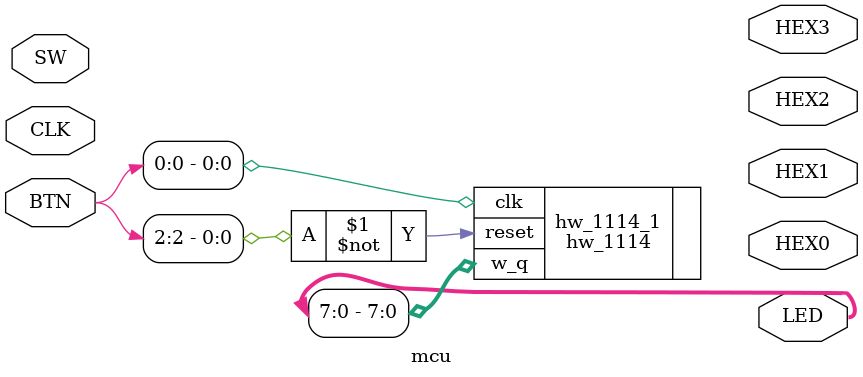
<source format=sv>


module mcu(

	//////////// CLOCK //////////
	input CLK,

	//////////// 7-segment decoder //////////
	output [6:0] HEX0,
	output [6:0] HEX1,
	output [6:0] HEX2,
	output [6:0] HEX3,
	
	//////////// LED /////////////
	output [9:0] LED,
	
	//////////// SWITCH //////////
	input [9:0] SW,
	
	//////////// BUTTON //////////
	input [2:0] BTN
	
);
//*******************************//

//logic [3:0] H0,H1;

// add module here
hw_1114 hw_1114_1(
	.clk(BTN[0]),
	.reset(~BTN[2]),
	.w_q(LED[7:0])          //將結果存入變數
);

//seven_segment s0(
//	.A(H0),  		 //輸入
//	.y(HEX0)  //輸出
//);
//
//seven_segment s1(
//	.A(H1),  		 //輸入
//	.y(HEX1)  //輸出
//);
//
//*******************************//
endmodule

</source>
